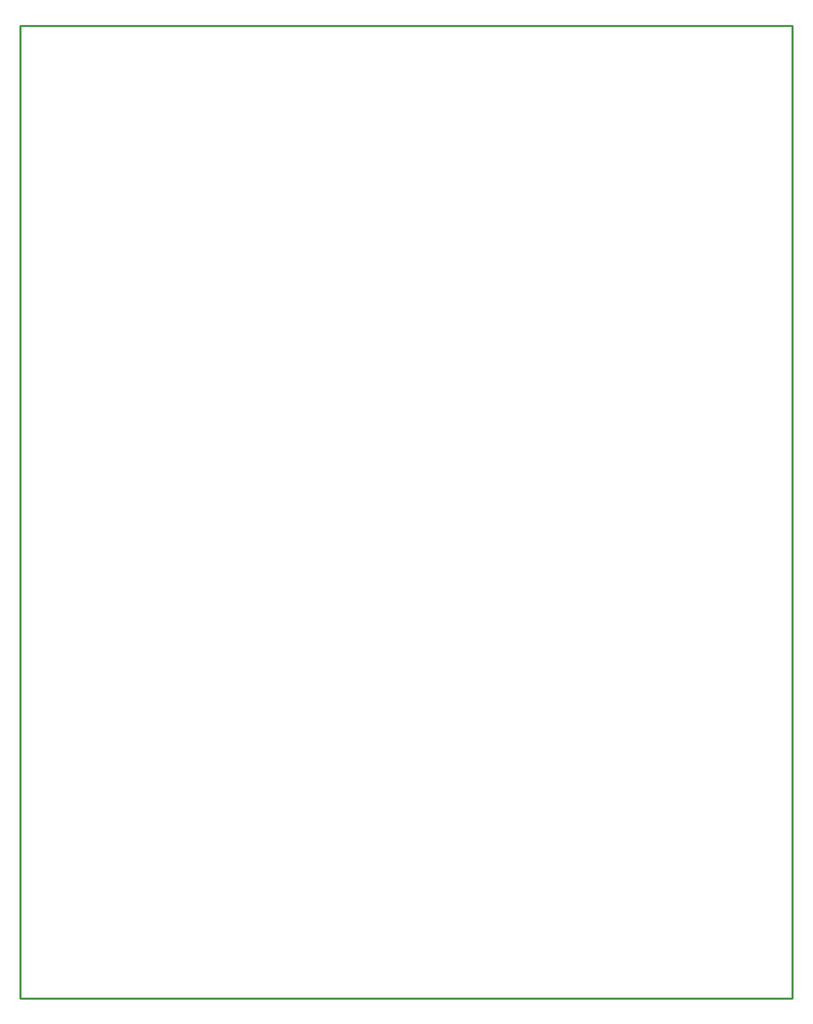
<source format=gm1>
G04*
G04 #@! TF.GenerationSoftware,Altium Limited,Altium Designer,21.7.2 (23)*
G04*
G04 Layer_Color=16711935*
%FSLAX25Y25*%
%MOIN*%
G70*
G04*
G04 #@! TF.SameCoordinates,2167A7DA-B4CF-4ED0-A09D-CB439950EC41*
G04*
G04*
G04 #@! TF.FilePolarity,Positive*
G04*
G01*
G75*
%ADD10C,0.01000*%
D10*
X0Y0D02*
Y467500D01*
X371000Y467500D01*
Y0D02*
Y467500D01*
X0Y0D02*
X371000D01*
M02*

</source>
